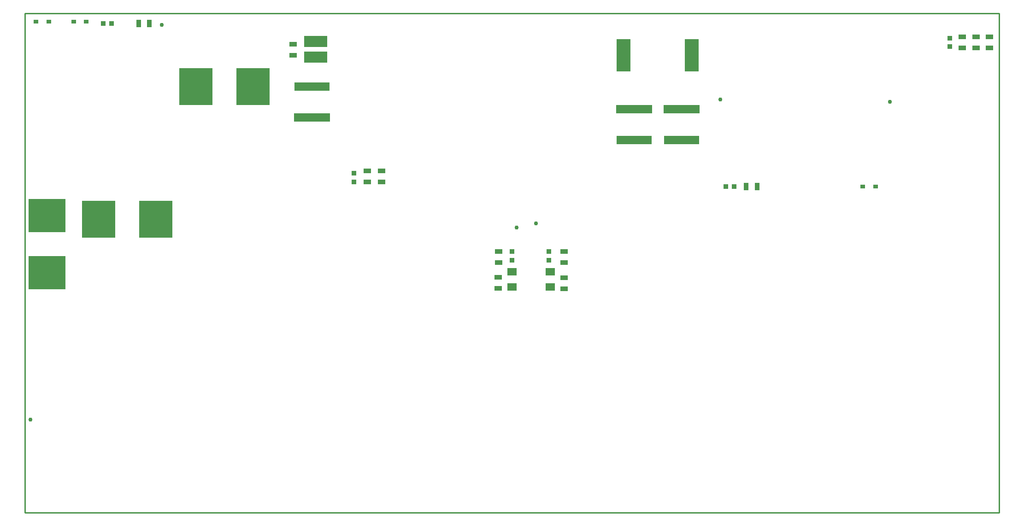
<source format=gtp>
G04*
G04 #@! TF.GenerationSoftware,Altium Limited,Altium Designer,18.1.11 (251)*
G04*
G04 Layer_Color=8421504*
%FSLAX25Y25*%
%MOIN*%
G70*
G01*
G75*
%ADD10C,0.01000*%
%ADD15C,0.03000*%
%ADD16R,0.03543X0.05315*%
%ADD17R,0.05315X0.03543*%
%ADD18R,0.06890X0.05709*%
%ADD19R,0.03543X0.03740*%
%ADD20R,0.03740X0.03543*%
%ADD21R,0.10236X0.23622*%
%ADD22R,0.17126X0.08268*%
%ADD23R,0.24016X0.26575*%
%ADD24R,0.26575X0.24016*%
%ADD25R,0.03543X0.02559*%
%ADD26R,0.25197X0.05906*%
%ADD27R,0.25984X0.05906*%
D10*
X0Y0D02*
Y361500D01*
Y0D02*
X704500D01*
Y361500D01*
X0D02*
X704500D01*
D15*
X625500Y297400D02*
D03*
X98750Y353250D02*
D03*
X502700Y299100D02*
D03*
X369600Y209400D02*
D03*
X4000Y67500D02*
D03*
X355500Y206300D02*
D03*
D16*
X82063Y354000D02*
D03*
X89937D02*
D03*
X521563Y236000D02*
D03*
X529437D02*
D03*
D17*
X697500Y336563D02*
D03*
Y344437D02*
D03*
X688000Y336563D02*
D03*
Y344437D02*
D03*
X247500Y247437D02*
D03*
Y239563D02*
D03*
X678000Y336563D02*
D03*
Y344437D02*
D03*
X258000Y247374D02*
D03*
Y239500D02*
D03*
X193800Y331263D02*
D03*
Y339137D02*
D03*
X389700Y189037D02*
D03*
Y181163D02*
D03*
X342400Y189137D02*
D03*
Y181263D02*
D03*
X389900Y169937D02*
D03*
Y162063D02*
D03*
X342200Y170437D02*
D03*
Y162563D02*
D03*
D18*
X379700Y174312D02*
D03*
Y163288D02*
D03*
X352300Y174412D02*
D03*
Y163388D02*
D03*
D19*
X62551Y354000D02*
D03*
X56449D02*
D03*
X513000Y236000D02*
D03*
X506898D02*
D03*
D20*
X669000Y343551D02*
D03*
Y337449D02*
D03*
X238000Y245651D02*
D03*
Y239549D02*
D03*
X378900Y188951D02*
D03*
Y182849D02*
D03*
X352300Y188951D02*
D03*
Y182849D02*
D03*
D21*
X482205Y331000D02*
D03*
X432795D02*
D03*
D22*
X210200Y329890D02*
D03*
Y341110D02*
D03*
D23*
X94669Y212500D02*
D03*
X53331D02*
D03*
X123431Y308500D02*
D03*
X164769D02*
D03*
D24*
X16000Y173831D02*
D03*
Y215169D02*
D03*
D25*
X44128Y355500D02*
D03*
X35072D02*
D03*
X605972Y236000D02*
D03*
X615028D02*
D03*
X17028Y355500D02*
D03*
X7972D02*
D03*
D26*
X475000Y269779D02*
D03*
X440500D02*
D03*
X207500Y308420D02*
D03*
D27*
X475000Y292220D02*
D03*
X440500D02*
D03*
X207500Y285980D02*
D03*
M02*

</source>
